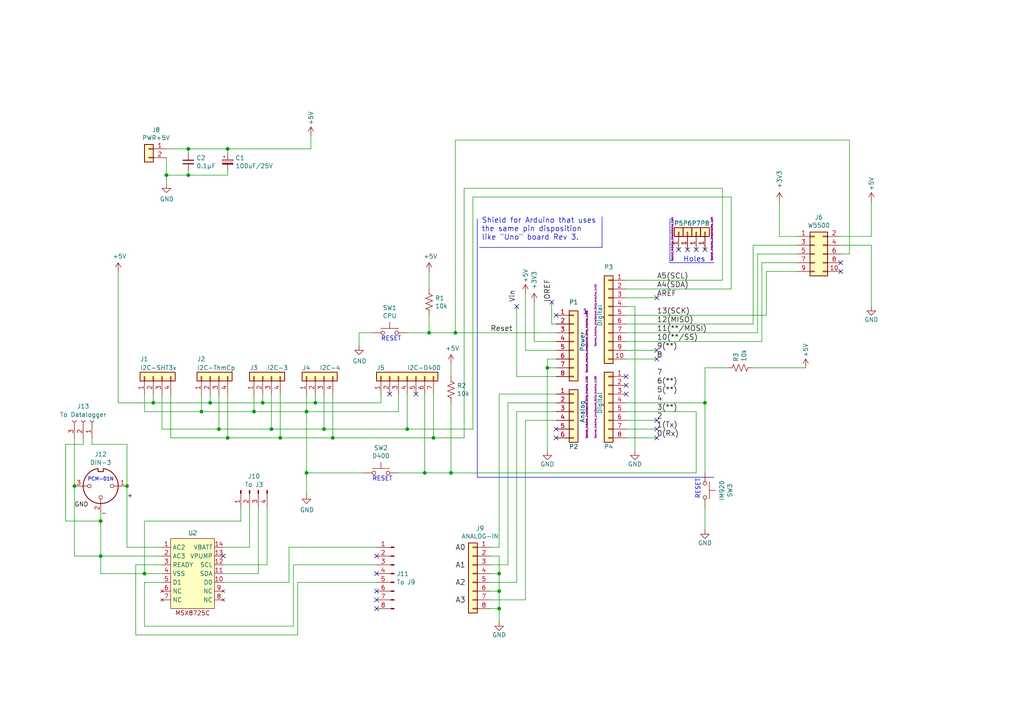
<source format=kicad_sch>
(kicad_sch (version 20230121) (generator eeschema)
  (paper "A4")
  (title_block (title "M302 Solar Radiation") (date "2023-07-23") (rev "1.00") (company "HOLLY&Co.,Ltd. with YS Lab.") (comment 1 "LEVEL CONVERTER NO INSTALLED"))
  (lib_symbols
    (symbol "Connector:Conn_01x03_Socket" (pin_names (offset 1.016) hide)
      (property "Reference" "J" (at 0 5.08 0))
      (property "Value" "Conn_01x03_Socket" (at 0 -5.08 0))
      (symbol "Conn_01x03_Socket_1_1"
        (arc (start 0 -2.032) (mid -0.5058 -2.54) (end 0 -3.048) (stroke (width 0.1524)))
        (polyline (pts (xy -1.27 -2.54) (xy -0.508 -2.54)) (stroke (width 0.1524)))
        (polyline (pts (xy -1.27 0) (xy -0.508 0)) (stroke (width 0.1524)))
        (polyline (pts (xy -1.27 2.54) (xy -0.508 2.54)) (stroke (width 0.1524)))
        (arc (start 0 0.508) (mid -0.5058 0) (end 0 -0.508) (stroke (width 0.1524)))
        (arc (start 0 3.048) (mid -0.5058 2.54) (end 0 2.032) (stroke (width 0.1524)))
        (pin passive line (at -5.08 2.54 0) (length 3.81) (name "Pin_1") (number "1"))
        (pin passive line (at -5.08 0 0) (length 3.81) (name "Pin_2") (number "2"))
        (pin passive line (at -5.08 -2.54 0) (length 3.81) (name "Pin_3") (number "3"))
      )
    )
    (symbol "Connector:Conn_01x04_Pin" (pin_names (offset 1.016) hide)
      (property "Reference" "J" (at 0 5.08 0))
      (property "Value" "Conn_01x04_Pin" (at 0 -7.62 0))
      (symbol "Conn_01x04_Pin_1_1"
        (polyline (pts (xy 1.27 -5.08) (xy 0.8636 -5.08)) (stroke (width 0.1524)))
        (polyline (pts (xy 1.27 -2.54) (xy 0.8636 -2.54)) (stroke (width 0.1524)))
        (polyline (pts (xy 1.27 0) (xy 0.8636 0)) (stroke (width 0.1524)))
        (polyline (pts (xy 1.27 2.54) (xy 0.8636 2.54)) (stroke (width 0.1524)))
        (rectangle (start 0.8636 -4.953) (end 0 -5.207) (stroke (width 0.1524)) (fill (type outline)))
        (rectangle (start 0.8636 -2.413) (end 0 -2.667) (stroke (width 0.1524)) (fill (type outline)))
        (rectangle (start 0.8636 0.127) (end 0 -0.127) (stroke (width 0.1524)) (fill (type outline)))
        (rectangle (start 0.8636 2.667) (end 0 2.413) (stroke (width 0.1524)) (fill (type outline)))
        (pin passive line (at 5.08 2.54 180) (length 3.81) (name "Pin_1") (number "1"))
        (pin passive line (at 5.08 0 180) (length 3.81) (name "Pin_2") (number "2"))
        (pin passive line (at 5.08 -2.54 180) (length 3.81) (name "Pin_3") (number "3"))
        (pin passive line (at 5.08 -5.08 180) (length 3.81) (name "Pin_4") (number "4"))
      )
    )
    (symbol "Connector:Conn_01x08_Pin" (pin_names (offset 1.016) hide)
      (property "Reference" "J" (at 0 10.16 0))
      (property "Value" "Conn_01x08_Pin" (at 0 -12.7 0))
      (symbol "Conn_01x08_Pin_1_1"
        (polyline (pts (xy 1.27 -10.16) (xy 0.8636 -10.16)) (stroke (width 0.1524)))
        (polyline (pts (xy 1.27 -7.62) (xy 0.8636 -7.62)) (stroke (width 0.1524)))
        (polyline (pts (xy 1.27 -5.08) (xy 0.8636 -5.08)) (stroke (width 0.1524)))
        (polyline (pts (xy 1.27 -2.54) (xy 0.8636 -2.54)) (stroke (width 0.1524)))
        (polyline (pts (xy 1.27 0) (xy 0.8636 0)) (stroke (width 0.1524)))
        (polyline (pts (xy 1.27 2.54) (xy 0.8636 2.54)) (stroke (width 0.1524)))
        (polyline (pts (xy 1.27 5.08) (xy 0.8636 5.08)) (stroke (width 0.1524)))
        (polyline (pts (xy 1.27 7.62) (xy 0.8636 7.62)) (stroke (width 0.1524)))
        (rectangle (start 0.8636 -10.033) (end 0 -10.287) (stroke (width 0.1524)) (fill (type outline)))
        (rectangle (start 0.8636 -7.493) (end 0 -7.747) (stroke (width 0.1524)) (fill (type outline)))
        (rectangle (start 0.8636 -4.953) (end 0 -5.207) (stroke (width 0.1524)) (fill (type outline)))
        (rectangle (start 0.8636 -2.413) (end 0 -2.667) (stroke (width 0.1524)) (fill (type outline)))
        (rectangle (start 0.8636 0.127) (end 0 -0.127) (stroke (width 0.1524)) (fill (type outline)))
        (rectangle (start 0.8636 2.667) (end 0 2.413) (stroke (width 0.1524)) (fill (type outline)))
        (rectangle (start 0.8636 5.207) (end 0 4.953) (stroke (width 0.1524)) (fill (type outline)))
        (rectangle (start 0.8636 7.747) (end 0 7.493) (stroke (width 0.1524)) (fill (type outline)))
        (pin passive line (at 5.08 7.62 180) (length 3.81) (name "Pin_1") (number "1"))
        (pin passive line (at 5.08 5.08 180) (length 3.81) (name "Pin_2") (number "2"))
        (pin passive line (at 5.08 2.54 180) (length 3.81) (name "Pin_3") (number "3"))
        (pin passive line (at 5.08 0 180) (length 3.81) (name "Pin_4") (number "4"))
        (pin passive line (at 5.08 -2.54 180) (length 3.81) (name "Pin_5") (number "5"))
        (pin passive line (at 5.08 -5.08 180) (length 3.81) (name "Pin_6") (number "6"))
        (pin passive line (at 5.08 -7.62 180) (length 3.81) (name "Pin_7") (number "7"))
        (pin passive line (at 5.08 -10.16 180) (length 3.81) (name "Pin_8") (number "8"))
      )
    )
    (symbol "Connector:DIN-3" (pin_names (offset 1.016))
      (property "Reference" "J" (at 3.302 6.35 0))
      (property "Value" "DIN-3" (at 0 -6.35 0))
      (symbol "DIN-3_0_1"
        (arc (start -5.08 0) (mid -3.8609 -3.3364) (end -0.762 -5.08) (stroke (width 0.254)))
        (circle (center -3.302 0) (radius 0.508))
        (polyline (pts (xy -3.81 0) (xy -5.08 0)))
        (polyline (pts (xy 0 3.81) (xy 0 5.08)))
        (polyline (pts (xy 5.08 0) (xy 3.81 0)))
        (polyline (pts (xy -0.762 -4.953) (xy -0.762 -4.191) (xy 0.762 -4.191) (xy 0.762 -4.953)) (stroke (width 0.254)))
        (circle (center 0 3.302) (radius 0.508))
        (arc (start 0.762 -5.08) (mid 3.8685 -3.343) (end 5.08 0) (stroke (width 0.254)))
        (circle (center 3.302 0) (radius 0.508))
        (arc (start 5.08 0) (mid 0 5.0579) (end -5.08 0) (stroke (width 0.254)))
      )
      (symbol "DIN-3_1_1"
        (pin passive line (at -7.62 0 0) (length 2.54) (name "~") (number "1"))
        (pin passive line (at 0 7.62 270) (length 2.54) (name "~") (number "2"))
        (pin passive line (at 7.62 0 180) (length 2.54) (name "~") (number "3"))
      )
    )
    (symbol "Connector_Generic:Conn_01x01" (pin_names (offset 1.016) hide)
      (property "Reference" "J" (at 0 2.54 0))
      (property "Value" "Conn_01x01" (at 0 -2.54 0))
      (symbol "Conn_01x01_1_1"
        (rectangle (start -1.27 0.127) (end 0 -0.127) (stroke (width 0.1524)))
        (rectangle (start -1.27 1.27) (end 1.27 -1.27) (stroke (width 0.254)) (fill (type background)))
        (pin passive line (at -5.08 0 0) (length 3.81) (name "Pin_1") (number "1"))
      )
    )
    (symbol "Connector_Generic:Conn_01x02" (pin_names (offset 1.016) hide)
      (property "Reference" "J" (at 0 2.54 0))
      (property "Value" "Conn_01x02" (at 0 -5.08 0))
      (symbol "Conn_01x02_1_1"
        (rectangle (start -1.27 -2.413) (end 0 -2.667) (stroke (width 0.1524)))
        (rectangle (start -1.27 0.127) (end 0 -0.127) (stroke (width 0.1524)))
        (rectangle (start -1.27 1.27) (end 1.27 -3.81) (stroke (width 0.254)) (fill (type background)))
        (pin passive line (at -5.08 0 0) (length 3.81) (name "Pin_1") (number "1"))
        (pin passive line (at -5.08 -2.54 0) (length 3.81) (name "Pin_2") (number "2"))
      )
    )
    (symbol "Connector_Generic:Conn_01x04" (pin_names (offset 1.016) hide)
      (property "Reference" "J" (at 0 5.08 0))
      (property "Value" "Conn_01x04" (at 0 -7.62 0))
      (symbol "Conn_01x04_1_1"
        (rectangle (start -1.27 -4.953) (end 0 -5.207) (stroke (width 0.1524)))
        (rectangle (start -1.27 -2.413) (end 0 -2.667) (stroke (width 0.1524)))
        (rectangle (start -1.27 0.127) (end 0 -0.127) (stroke (width 0.1524)))
        (rectangle (start -1.27 2.667) (end 0 2.413) (stroke (width 0.1524)))
        (rectangle (start -1.27 3.81) (end 1.27 -6.35) (stroke (width 0.254)) (fill (type background)))
        (pin passive line (at -5.08 2.54 0) (length 3.81) (name "Pin_1") (number "1"))
        (pin passive line (at -5.08 0 0) (length 3.81) (name "Pin_2") (number "2"))
        (pin passive line (at -5.08 -2.54 0) (length 3.81) (name "Pin_3") (number "3"))
        (pin passive line (at -5.08 -5.08 0) (length 3.81) (name "Pin_4") (number "4"))
      )
    )
    (symbol "Connector_Generic:Conn_01x06" (pin_names (offset 1.016) hide)
      (property "Reference" "J" (at 0 7.62 0))
      (property "Value" "Conn_01x06" (at 0 -10.16 0))
      (symbol "Conn_01x06_1_1"
        (rectangle (start -1.27 -7.493) (end 0 -7.747) (stroke (width 0.1524)))
        (rectangle (start -1.27 -4.953) (end 0 -5.207) (stroke (width 0.1524)))
        (rectangle (start -1.27 -2.413) (end 0 -2.667) (stroke (width 0.1524)))
        (rectangle (start -1.27 0.127) (end 0 -0.127) (stroke (width 0.1524)))
        (rectangle (start -1.27 2.667) (end 0 2.413) (stroke (width 0.1524)))
        (rectangle (start -1.27 5.207) (end 0 4.953) (stroke (width 0.1524)))
        (rectangle (start -1.27 6.35) (end 1.27 -8.89) (stroke (width 0.254)) (fill (type background)))
        (pin passive line (at -5.08 5.08 0) (length 3.81) (name "Pin_1") (number "1"))
        (pin passive line (at -5.08 2.54 0) (length 3.81) (name "Pin_2") (number "2"))
        (pin passive line (at -5.08 0 0) (length 3.81) (name "Pin_3") (number "3"))
        (pin passive line (at -5.08 -2.54 0) (length 3.81) (name "Pin_4") (number "4"))
        (pin passive line (at -5.08 -5.08 0) (length 3.81) (name "Pin_5") (number "5"))
        (pin passive line (at -5.08 -7.62 0) (length 3.81) (name "Pin_6") (number "6"))
      )
    )
    (symbol "Connector_Generic:Conn_01x07" (pin_names (offset 1.016) hide)
      (property "Reference" "J" (at 0 10.16 0))
      (property "Value" "Conn_01x07" (at 0 -10.16 0))
      (symbol "Conn_01x07_1_1"
        (rectangle (start -1.27 -7.493) (end 0 -7.747) (stroke (width 0.1524)))
        (rectangle (start -1.27 -4.953) (end 0 -5.207) (stroke (width 0.1524)))
        (rectangle (start -1.27 -2.413) (end 0 -2.667) (stroke (width 0.1524)))
        (rectangle (start -1.27 0.127) (end 0 -0.127) (stroke (width 0.1524)))
        (rectangle (start -1.27 2.667) (end 0 2.413) (stroke (width 0.1524)))
        (rectangle (start -1.27 5.207) (end 0 4.953) (stroke (width 0.1524)))
        (rectangle (start -1.27 7.747) (end 0 7.493) (stroke (width 0.1524)))
        (rectangle (start -1.27 8.89) (end 1.27 -8.89) (stroke (width 0.254)) (fill (type background)))
        (pin passive line (at -5.08 7.62 0) (length 3.81) (name "Pin_1") (number "1"))
        (pin passive line (at -5.08 5.08 0) (length 3.81) (name "Pin_2") (number "2"))
        (pin passive line (at -5.08 2.54 0) (length 3.81) (name "Pin_3") (number "3"))
        (pin passive line (at -5.08 0 0) (length 3.81) (name "Pin_4") (number "4"))
        (pin passive line (at -5.08 -2.54 0) (length 3.81) (name "Pin_5") (number "5"))
        (pin passive line (at -5.08 -5.08 0) (length 3.81) (name "Pin_6") (number "6"))
        (pin passive line (at -5.08 -7.62 0) (length 3.81) (name "Pin_7") (number "7"))
      )
    )
    (symbol "Connector_Generic:Conn_01x08" (pin_names (offset 1.016) hide)
      (property "Reference" "J" (at 0 10.16 0))
      (property "Value" "Conn_01x08" (at 0 -12.7 0))
      (symbol "Conn_01x08_1_1"
        (rectangle (start -1.27 -10.033) (end 0 -10.287) (stroke (width 0.1524)))
        (rectangle (start -1.27 -7.493) (end 0 -7.747) (stroke (width 0.1524)))
        (rectangle (start -1.27 -4.953) (end 0 -5.207) (stroke (width 0.1524)))
        (rectangle (start -1.27 -2.413) (end 0 -2.667) (stroke (width 0.1524)))
        (rectangle (start -1.27 0.127) (end 0 -0.127) (stroke (width 0.1524)))
        (rectangle (start -1.27 2.667) (end 0 2.413) (stroke (width 0.1524)))
        (rectangle (start -1.27 5.207) (end 0 4.953) (stroke (width 0.1524)))
        (rectangle (start -1.27 7.747) (end 0 7.493) (stroke (width 0.1524)))
        (rectangle (start -1.27 8.89) (end 1.27 -11.43) (stroke (width 0.254)) (fill (type background)))
        (pin passive line (at -5.08 7.62 0) (length 3.81) (name "Pin_1") (number "1"))
        (pin passive line (at -5.08 5.08 0) (length 3.81) (name "Pin_2") (number "2"))
        (pin passive line (at -5.08 2.54 0) (length 3.81) (name "Pin_3") (number "3"))
        (pin passive line (at -5.08 0 0) (length 3.81) (name "Pin_4") (number "4"))
        (pin passive line (at -5.08 -2.54 0) (length 3.81) (name "Pin_5") (number "5"))
        (pin passive line (at -5.08 -5.08 0) (length 3.81) (name "Pin_6") (number "6"))
        (pin passive line (at -5.08 -7.62 0) (length 3.81) (name "Pin_7") (number "7"))
        (pin passive line (at -5.08 -10.16 0) (length 3.81) (name "Pin_8") (number "8"))
      )
    )
    (symbol "Connector_Generic:Conn_01x10" (pin_names (offset 1.016) hide)
      (property "Reference" "J" (at 0 12.7 0))
      (property "Value" "Conn_01x10" (at 0 -15.24 0))
      (symbol "Conn_01x10_1_1"
        (rectangle (start -1.27 -12.573) (end 0 -12.827) (stroke (width 0.1524)))
        (rectangle (start -1.27 -10.033) (end 0 -10.287) (stroke (width 0.1524)))
        (rectangle (start -1.27 -7.493) (end 0 -7.747) (stroke (width 0.1524)))
        (rectangle (start -1.27 -4.953) (end 0 -5.207) (stroke (width 0.1524)))
        (rectangle (start -1.27 -2.413) (end 0 -2.667) (stroke (width 0.1524)))
        (rectangle (start -1.27 0.127) (end 0 -0.127) (stroke (width 0.1524)))
        (rectangle (start -1.27 2.667) (end 0 2.413) (stroke (width 0.1524)))
        (rectangle (start -1.27 5.207) (end 0 4.953) (stroke (width 0.1524)))
        (rectangle (start -1.27 7.747) (end 0 7.493) (stroke (width 0.1524)))
        (rectangle (start -1.27 10.287) (end 0 10.033) (stroke (width 0.1524)))
        (rectangle (start -1.27 11.43) (end 1.27 -13.97) (stroke (width 0.254)) (fill (type background)))
        (pin passive line (at -5.08 10.16 0) (length 3.81) (name "Pin_1") (number "1"))
        (pin passive line (at -5.08 -12.7 0) (length 3.81) (name "Pin_10") (number "10"))
        (pin passive line (at -5.08 7.62 0) (length 3.81) (name "Pin_2") (number "2"))
        (pin passive line (at -5.08 5.08 0) (length 3.81) (name "Pin_3") (number "3"))
        (pin passive line (at -5.08 2.54 0) (length 3.81) (name "Pin_4") (number "4"))
        (pin passive line (at -5.08 0 0) (length 3.81) (name "Pin_5") (number "5"))
        (pin passive line (at -5.08 -2.54 0) (length 3.81) (name "Pin_6") (number "6"))
        (pin passive line (at -5.08 -5.08 0) (length 3.81) (name "Pin_7") (number "7"))
        (pin passive line (at -5.08 -7.62 0) (length 3.81) (name "Pin_8") (number "8"))
        (pin passive line (at -5.08 -10.16 0) (length 3.81) (name "Pin_9") (number "9"))
      )
    )
    (symbol "Connector_Generic:Conn_02x05_Odd_Even" (pin_names (offset 1.016) hide)
      (property "Reference" "J" (at 1.27 7.62 0))
      (property "Value" "Conn_02x05_Odd_Even" (at 1.27 -7.62 0))
      (symbol "Conn_02x05_Odd_Even_1_1"
        (rectangle (start -1.27 -4.953) (end 0 -5.207) (stroke (width 0.1524)))
        (rectangle (start -1.27 -2.413) (end 0 -2.667) (stroke (width 0.1524)))
        (rectangle (start -1.27 0.127) (end 0 -0.127) (stroke (width 0.1524)))
        (rectangle (start -1.27 2.667) (end 0 2.413) (stroke (width 0.1524)))
        (rectangle (start -1.27 5.207) (end 0 4.953) (stroke (width 0.1524)))
        (rectangle (start -1.27 6.35) (end 3.81 -6.35) (stroke (width 0.254)) (fill (type background)))
        (rectangle (start 3.81 -4.953) (end 2.54 -5.207) (stroke (width 0.1524)))
        (rectangle (start 3.81 -2.413) (end 2.54 -2.667) (stroke (width 0.1524)))
        (rectangle (start 3.81 0.127) (end 2.54 -0.127) (stroke (width 0.1524)))
        (rectangle (start 3.81 2.667) (end 2.54 2.413) (stroke (width 0.1524)))
        (rectangle (start 3.81 5.207) (end 2.54 4.953) (stroke (width 0.1524)))
        (pin passive line (at -5.08 5.08 0) (length 3.81) (name "Pin_1") (number "1"))
        (pin passive line (at 7.62 -5.08 180) (length 3.81) (name "Pin_10") (number "10"))
        (pin passive line (at 7.62 5.08 180) (length 3.81) (name "Pin_2") (number "2"))
        (pin passive line (at -5.08 2.54 0) (length 3.81) (name "Pin_3") (number "3"))
        (pin passive line (at 7.62 2.54 180) (length 3.81) (name "Pin_4") (number "4"))
        (pin passive line (at -5.08 0 0) (length 3.81) (name "Pin_5") (number "5"))
        (pin passive line (at 7.62 0 180) (length 3.81) (name "Pin_6") (number "6"))
        (pin passive line (at -5.08 -2.54 0) (length 3.81) (name "Pin_7") (number "7"))
        (pin passive line (at 7.62 -2.54 180) (length 3.81) (name "Pin_8") (number "8"))
        (pin passive line (at -5.08 -5.08 0) (length 3.81) (name "Pin_9") (number "9"))
      )
    )
    (symbol "Device:C_Small" (pin_numbers hide) (pin_names (offset 0.254) hide)
      (property "Reference" "C" (at 0.254 1.778 0))
      (property "Value" "C_Small" (at 0.254 -2.032 0))
      (symbol "C_Small_0_1"
        (polyline (pts (xy -1.524 -0.508) (xy 1.524 -0.508)) (stroke (width 0.3302)))
        (polyline (pts (xy -1.524 0.508) (xy 1.524 0.508)) (stroke (width 0.3048)))
      )
      (symbol "C_Small_1_1"
        (pin passive line (at 0 2.54 270) (length 2.032) (name "~") (number "1"))
        (pin passive line (at 0 -2.54 90) (length 2.032) (name "~") (number "2"))
      )
    )
    (symbol "Device:R_US" (pin_numbers hide) (pin_names (offset 0))
      (property "Reference" "R" (at 2.54 0 90))
      (property "Value" "R_US" (at -2.54 0 90))
      (symbol "R_US_0_1"
        (polyline (pts (xy 0 -2.286) (xy 0 -2.54)))
        (polyline (pts (xy 0 2.286) (xy 0 2.54)))
        (polyline (pts (xy 0 -0.762) (xy 1.016 -1.143) (xy 0 -1.524) (xy -1.016 -1.905) (xy 0 -2.286)))
        (polyline (pts (xy 0 0.762) (xy 1.016 0.381) (xy 0 0) (xy -1.016 -0.381) (xy 0 -0.762)))
        (polyline (pts (xy 0 2.286) (xy 1.016 1.905) (xy 0 1.524) (xy -1.016 1.143) (xy 0 0.762)))
      )
      (symbol "R_US_1_1"
        (pin passive line (at 0 3.81 270) (length 1.27) (name "~") (number "1"))
        (pin passive line (at 0 -3.81 90) (length 1.27) (name "~") (number "2"))
      )
    )
    (symbol "M302-rescue:+3.3V-power" (power) (pin_names (offset 0))
      (property "Value" "+3.3V-power" (at 0 3.556 0))
      (symbol "+3.3V-power_0_1"
        (polyline (pts (xy -0.762 1.27) (xy 0 2.54)))
        (polyline (pts (xy 0 0) (xy 0 2.54)))
        (polyline (pts (xy 0 2.54) (xy 0.762 1.27)))
      )
      (symbol "+3.3V-power_1_1"
        (pin power_in line (at 0 0 90) (length 0) hide (name "+3V3") (number "1"))
      )
    )
    (symbol "M302-rescue:CP_Small-Device" (pin_numbers hide) (pin_names (offset 0.254) hide)
      (property "Reference" "C" (at 0.254 1.778 0))
      (property "Value" "Device_CP_Small" (at 0.254 -2.032 0))
      (symbol "CP_Small-Device_0_1"
        (rectangle (start -1.524 -0.3048) (end 1.524 -0.6858) (fill (type outline)))
        (rectangle (start -1.524 0.6858) (end 1.524 0.3048))
        (polyline (pts (xy -1.27 1.524) (xy -0.762 1.524)))
        (polyline (pts (xy -1.016 1.27) (xy -1.016 1.778)))
      )
      (symbol "CP_Small-Device_1_1"
        (pin passive line (at 0 2.54 270) (length 1.8542) (name "~") (number "1"))
        (pin passive line (at 0 -2.54 90) (length 1.8542) (name "~") (number "2"))
      )
    )
    (symbol "Switch:SW_Push" (pin_numbers hide) (pin_names (offset 1.016) hide)
      (property "Reference" "SW" (at 1.27 2.54 0))
      (property "Value" "SW_Push" (at 0 -1.524 0))
      (symbol "SW_Push_0_1"
        (circle (center -2.032 0) (radius 0.508))
        (polyline (pts (xy 0 1.27) (xy 0 3.048)))
        (polyline (pts (xy 2.54 1.27) (xy -2.54 1.27)))
        (circle (center 2.032 0) (radius 0.508))
        (pin passive line (at -5.08 0 0) (length 2.54) (name "1") (number "1"))
        (pin passive line (at 5.08 0 180) (length 2.54) (name "2") (number "2"))
      )
    )
    (symbol "holly:MSX8725C"
      (property "Reference" "U" (at 0 0 0))
      (symbol "MSX8725C_1_1"
        (rectangle (start -6.35 -1.27) (end 6.35 -21.59) (fill (type background)))
        (text "MSX8725C" (at 0 -22.86 0) (effects (font (size 1.27 1.27))))
        (pin input line (at -8.89 -3.81 0) (length 2.54) (name "AC2") (number "1"))
        (pin bidirectional line (at 8.89 -13.97 180) (length 2.54) (name "D0") (number "10"))
        (pin bidirectional line (at 8.89 -11.43 180) (length 2.54) (name "SDA") (number "11"))
        (pin input line (at 8.89 -8.89 180) (length 2.54) (name "SCL") (number "12"))
        (pin power_out line (at 8.89 -6.35 180) (length 2.54) (name "VPUMP") (number "13"))
        (pin power_in line (at 8.89 -3.81 180) (length 2.54) (name "VBATT") (number "14"))
        (pin input line (at -8.89 -6.35 0) (length 2.54) (name "AC3") (number "2"))
        (pin input line (at -8.89 -8.89 0) (length 2.54) (name "READY") (number "3"))
        (pin input line (at -8.89 -11.43 0) (length 2.54) (name "VSS") (number "4"))
        (pin bidirectional line (at -8.89 -13.97 0) (length 2.54) (name "D1") (number "5"))
        (pin no_connect line (at -8.89 -16.51 0) (length 2.54) (name "NC") (number "6"))
        (pin no_connect line (at -8.89 -19.05 0) (length 2.54) (name "NC") (number "7"))
        (pin no_connect line (at 8.89 -19.05 180) (length 2.54) (name "NC") (number "8"))
        (pin no_connect line (at 8.89 -16.51 180) (length 2.54) (name "NC") (number "9"))
      )
    )
    (symbol "power:+5V" (power) (pin_names (offset 0))
      (property "Value" "+5V" (at 0 3.556 0))
      (symbol "+5V_0_1"
        (polyline (pts (xy -0.762 1.27) (xy 0 2.54)))
        (polyline (pts (xy 0 0) (xy 0 2.54)))
        (polyline (pts (xy 0 2.54) (xy 0.762 1.27)))
      )
      (symbol "+5V_1_1"
        (pin power_in line (at 0 0 90) (length 0) hide (name "+5V") (number "1"))
      )
    )
    (symbol "power:GND" (power) (pin_names (offset 0))
      (property "Value" "GND" (at 0 -3.81 0))
      (symbol "GND_0_1"
        (polyline (pts (xy 0 0) (xy 0 -1.27) (xy 1.27 -1.27) (xy 0 -2.54) (xy -1.27 -1.27) (xy 0 -1.27)))
      )
      (symbol "GND_1_1"
        (pin power_in line (at 0 0 270) (length 0) hide (name "GND") (number "1"))
      )
    )
  )
  (junction (at 144.78 176.53))
  (junction (at 44.45 116.84))
  (junction (at 118.11 124.46))
  (junction (at 76.2 116.84))
  (junction (at 124.46 96.52))
  (junction (at 88.9 119.38))
  (junction (at 91.44 116.84))
  (junction (at 36.83 140.97))
  (junction (at 29.21 151.13))
  (junction (at 29.21 161.29))
  (junction (at 96.52 127))
  (junction (at 130.81 137.16))
  (junction (at 73.66 119.38))
  (junction (at 54.61 50.8))
  (junction (at 66.04 127))
  (junction (at 58.42 119.38))
  (junction (at 88.9 137.16))
  (junction (at 144.78 171.45))
  (junction (at 144.78 166.37))
  (junction (at 21.59 140.97))
  (junction (at 132.08 96.52))
  (junction (at 158.75 106.68))
  (junction (at 93.98 124.46))
  (junction (at 48.26 50.8))
  (junction (at 66.04 43.18))
  (junction (at 204.47 116.84))
  (junction (at 78.74 124.46))
  (junction (at 54.61 43.18))
  (junction (at 60.96 116.84))
  (junction (at 125.73 127))
  (junction (at 81.28 127))
  (junction (at 41.91 166.37))
  (junction (at 123.19 137.16))
  (junction (at 63.5 124.46))
  (no_connect (at 120.65 114.3))
  (no_connect (at 199.39 72.39))
  (no_connect (at 196.85 72.39))
  (no_connect (at 109.22 166.37))
  (no_connect (at 190.5 127))
  (no_connect (at 201.93 72.39))
  (no_connect (at 109.22 161.29))
  (no_connect (at 64.77 161.29))
  (no_connect (at 190.5 101.6))
  (no_connect (at 190.5 104.14))
  (no_connect (at 181.61 109.22))
  (no_connect (at 190.5 121.92))
  (no_connect (at 190.5 86.36))
  (no_connect (at 190.5 124.46))
  (no_connect (at 161.29 124.46))
  (no_connect (at 161.29 127))
  (no_connect (at 160.02 87.63))
  (no_connect (at 109.22 171.45))
  (no_connect (at 109.22 176.53))
  (no_connect (at 243.84 78.74))
  (no_connect (at 181.61 111.76))
  (no_connect (at 149.86 88.9))
  (no_connect (at 204.47 72.39))
  (no_connect (at 113.03 114.3))
  (no_connect (at 161.29 91.44))
  (no_connect (at 243.84 76.2))
  (no_connect (at 181.61 114.3))
  (no_connect (at 109.22 173.99))
  (wire (pts (xy 123.19 114.3) (xy 123.19 137.16)))
  (wire (pts (xy 48.26 43.18) (xy 54.61 43.18)))
  (wire (pts (xy 88.9 137.16) (xy 88.9 119.38)))
  (wire (pts (xy 21.59 140.97) (xy 21.59 161.29)))
  (wire (pts (xy 24.13 128.905) (xy 24.13 127)))
  (wire (pts (xy 63.5 124.46) (xy 78.74 124.46)))
  (wire (pts (xy 132.08 40.64) (xy 132.08 96.52)))
  (polyline (pts (xy 138.43 63.5) (xy 138.43 138.43)))
  (wire (pts (xy 161.29 101.6) (xy 152.4 101.6)))
  (wire (pts (xy 115.57 119.38) (xy 88.9 119.38)))
  (wire (pts (xy 181.61 124.46) (xy 190.5 124.46)))
  (wire (pts (xy 46.99 166.37) (xy 41.91 166.37)))
  (wire (pts (xy 26.67 128.905) (xy 26.67 127)))
  (wire (pts (xy 158.75 104.14) (xy 158.75 106.68)))
  (wire (pts (xy 63.5 114.3) (xy 63.5 124.46)))
  (wire (pts (xy 147.32 163.83) (xy 142.24 163.83)))
  (wire (pts (xy 149.86 88.9) (xy 149.86 109.22)))
  (wire (pts (xy 86.36 184.15) (xy 86.36 168.91)))
  (wire (pts (xy 54.61 50.8) (xy 48.26 50.8)))
  (wire (pts (xy 243.84 73.66) (xy 246.38 73.66)))
  (wire (pts (xy 181.61 104.14) (xy 190.5 104.14)))
  (wire (pts (xy 125.73 127) (xy 134.62 127)))
  (wire (pts (xy 137.16 57.15) (xy 212.09 57.15)))
  (wire (pts (xy 134.62 54.61) (xy 209.55 54.61)))
  (wire (pts (xy 90.17 43.18) (xy 90.17 39.37)))
  (wire (pts (xy 222.25 78.74) (xy 231.14 78.74)))
  (wire (pts (xy 36.83 128.905) (xy 26.67 128.905)))
  (wire (pts (xy 132.08 96.52) (xy 161.29 96.52)))
  (wire (pts (xy 60.96 116.84) (xy 76.2 116.84)))
  (wire (pts (xy 60.96 114.3) (xy 60.96 116.84)))
  (wire (pts (xy 81.28 127) (xy 96.52 127)))
  (wire (pts (xy 41.91 168.91) (xy 41.91 181.61)))
  (wire (pts (xy 154.94 99.06) (xy 154.94 87.63)))
  (wire (pts (xy 29.21 151.13) (xy 29.21 148.59)))
  (wire (pts (xy 130.81 109.22) (xy 130.81 105.41)))
  (wire (pts (xy 29.21 151.13) (xy 19.05 151.13)))
  (wire (pts (xy 246.38 40.64) (xy 132.08 40.64)))
  (wire (pts (xy 184.15 88.9) (xy 184.15 130.81)))
  (wire (pts (xy 222.25 91.44) (xy 222.25 78.74)))
  (wire (pts (xy 204.47 153.67) (xy 204.47 147.32)))
  (wire (pts (xy 46.99 124.46) (xy 46.99 114.3)))
  (wire (pts (xy 142.24 166.37) (xy 144.78 166.37)))
  (wire (pts (xy 142.24 161.29) (xy 144.78 161.29)))
  (wire (pts (xy 93.98 114.3) (xy 93.98 124.46)))
  (wire (pts (xy 88.9 119.38) (xy 88.9 114.3)))
  (wire (pts (xy 226.06 68.58) (xy 226.06 58.42)))
  (wire (pts (xy 88.9 143.51) (xy 88.9 137.16)))
  (wire (pts (xy 44.45 116.84) (xy 60.96 116.84)))
  (wire (pts (xy 218.44 106.68) (xy 233.68 106.68)))
  (wire (pts (xy 181.61 86.36) (xy 190.5 86.36)))
  (wire (pts (xy 29.21 166.37) (xy 41.91 166.37)))
  (wire (pts (xy 252.73 68.58) (xy 252.73 58.42)))
  (wire (pts (xy 66.04 127) (xy 81.28 127)))
  (wire (pts (xy 19.05 128.905) (xy 24.13 128.905)))
  (wire (pts (xy 46.99 161.29) (xy 29.21 161.29)))
  (wire (pts (xy 64.77 168.91) (xy 83.82 168.91)))
  (wire (pts (xy 144.78 166.37) (xy 144.78 171.45)))
  (wire (pts (xy 36.83 140.97) (xy 36.83 128.905)))
  (polyline (pts (xy 207.01 76.2) (xy 194.31 76.2)))
  (wire (pts (xy 72.39 158.75) (xy 72.39 147.32)))
  (wire (pts (xy 144.78 176.53) (xy 144.78 180.34)))
  (wire (pts (xy 152.4 121.92) (xy 152.4 173.99)))
  (wire (pts (xy 243.84 68.58) (xy 252.73 68.58)))
  (wire (pts (xy 152.4 173.99) (xy 142.24 173.99)))
  (wire (pts (xy 36.83 158.75) (xy 36.83 140.97)))
  (wire (pts (xy 81.28 114.3) (xy 81.28 127)))
  (wire (pts (xy 49.53 127) (xy 49.53 114.3)))
  (wire (pts (xy 76.2 116.84) (xy 91.44 116.84)))
  (wire (pts (xy 181.61 121.92) (xy 190.5 121.92)))
  (wire (pts (xy 161.29 104.14) (xy 158.75 104.14)))
  (wire (pts (xy 124.46 91.44) (xy 124.46 96.52)))
  (wire (pts (xy 39.37 184.15) (xy 86.36 184.15)))
  (wire (pts (xy 21.59 127) (xy 21.59 140.97)))
  (wire (pts (xy 231.14 68.58) (xy 226.06 68.58)))
  (wire (pts (xy 66.04 50.8) (xy 54.61 50.8)))
  (wire (pts (xy 137.16 124.46) (xy 137.16 57.15)))
  (wire (pts (xy 96.52 127) (xy 125.73 127)))
  (wire (pts (xy 219.71 96.52) (xy 219.71 73.66)))
  (wire (pts (xy 181.61 88.9) (xy 184.15 88.9)))
  (wire (pts (xy 204.47 116.84) (xy 204.47 137.16)))
  (wire (pts (xy 134.62 127) (xy 134.62 54.61)))
  (wire (pts (xy 181.61 127) (xy 190.5 127)))
  (wire (pts (xy 110.49 116.84) (xy 91.44 116.84)))
  (wire (pts (xy 181.61 83.82) (xy 212.09 83.82)))
  (wire (pts (xy 219.71 73.66) (xy 231.14 73.66)))
  (wire (pts (xy 181.61 93.98) (xy 218.44 93.98)))
  (wire (pts (xy 181.61 91.44) (xy 222.25 91.44)))
  (wire (pts (xy 209.55 54.61) (xy 209.55 81.28)))
  (wire (pts (xy 161.29 119.38) (xy 149.86 119.38)))
  (wire (pts (xy 144.78 114.3) (xy 144.78 158.75)))
  (wire (pts (xy 125.73 114.3) (xy 125.73 127)))
  (wire (pts (xy 124.46 83.82) (xy 124.46 78.74)))
  (wire (pts (xy 115.57 114.3) (xy 115.57 119.38)))
  (wire (pts (xy 86.36 168.91) (xy 109.22 168.91)))
  (wire (pts (xy 181.61 99.06) (xy 220.98 99.06)))
  (wire (pts (xy 218.44 71.12) (xy 231.14 71.12)))
  (wire (pts (xy 64.77 166.37) (xy 74.93 166.37)))
  (wire (pts (xy 21.59 161.29) (xy 29.21 161.29)))
  (wire (pts (xy 83.82 168.91) (xy 83.82 158.75)))
  (wire (pts (xy 107.95 96.52) (xy 104.14 96.52)))
  (wire (pts (xy 149.86 168.91) (xy 142.24 168.91)))
  (wire (pts (xy 41.91 114.3) (xy 41.91 119.38)))
  (wire (pts (xy 78.74 114.3) (xy 78.74 124.46)))
  (wire (pts (xy 152.4 101.6) (xy 152.4 85.09)))
  (wire (pts (xy 105.41 137.16) (xy 88.9 137.16)))
  (wire (pts (xy 181.61 81.28) (xy 209.55 81.28)))
  (wire (pts (xy 76.2 114.3) (xy 76.2 116.84)))
  (wire (pts (xy 210.82 106.68) (xy 204.47 106.68)))
  (wire (pts (xy 144.78 161.29) (xy 144.78 166.37)))
  (wire (pts (xy 34.29 78.74) (xy 34.29 116.84)))
  (wire (pts (xy 118.11 96.52) (xy 124.46 96.52)))
  (wire (pts (xy 212.09 57.15) (xy 212.09 83.82)))
  (polyline (pts (xy 139.065 71.755) (xy 174.625 71.755)))
  (wire (pts (xy 66.04 49.53) (xy 66.04 50.8)))
  (wire (pts (xy 204.47 106.68) (xy 204.47 116.84)))
  (wire (pts (xy 181.61 116.84) (xy 204.47 116.84)))
  (wire (pts (xy 48.26 45.72) (xy 48.26 50.8)))
  (wire (pts (xy 41.91 166.37) (xy 41.91 151.13)))
  (wire (pts (xy 110.49 114.3) (xy 110.49 116.84)))
  (polyline (pts (xy 174.625 71.755) (xy 174.625 62.865)))
  (wire (pts (xy 58.42 119.38) (xy 73.66 119.38)))
  (wire (pts (xy 64.77 163.83) (xy 77.47 163.83)))
  (wire (pts (xy 144.78 171.45) (xy 144.78 176.53)))
  (wire (pts (xy 41.91 151.13) (xy 69.85 151.13)))
  (wire (pts (xy 77.47 163.83) (xy 77.47 147.32)))
  (wire (pts (xy 49.53 127) (xy 66.04 127)))
  (wire (pts (xy 218.44 93.98) (xy 218.44 71.12)))
  (wire (pts (xy 41.91 181.61) (xy 85.09 181.61)))
  (wire (pts (xy 201.93 137.16) (xy 130.81 137.16)))
  (wire (pts (xy 181.61 96.52) (xy 219.71 96.52)))
  (wire (pts (xy 93.98 124.46) (xy 118.11 124.46)))
  (wire (pts (xy 46.99 163.83) (xy 39.37 163.83)))
  (wire (pts (xy 161.29 99.06) (xy 154.94 99.06)))
  (wire (pts (xy 181.61 101.6) (xy 190.5 101.6)))
  (wire (pts (xy 58.42 114.3) (xy 58.42 119.38)))
  (wire (pts (xy 142.24 171.45) (xy 144.78 171.45)))
  (wire (pts (xy 83.82 158.75) (xy 109.22 158.75)))
  (wire (pts (xy 161.29 116.84) (xy 147.32 116.84)))
  (polyline (pts (xy 138.43 138.43) (xy 207.01 138.43)))
  (wire (pts (xy 54.61 44.45) (xy 54.61 43.18)))
  (wire (pts (xy 252.73 71.12) (xy 252.73 88.9)))
  (wire (pts (xy 147.32 116.84) (xy 147.32 163.83)))
  (wire (pts (xy 34.29 116.84) (xy 44.45 116.84)))
  (wire (pts (xy 104.14 96.52) (xy 104.14 100.33)))
  (wire (pts (xy 46.99 168.91) (xy 41.91 168.91)))
  (wire (pts (xy 161.29 109.22) (xy 149.86 109.22)))
  (wire (pts (xy 220.98 76.2) (xy 220.98 99.06)))
  (wire (pts (xy 54.61 43.18) (xy 66.04 43.18)))
  (wire (pts (xy 73.66 114.3) (xy 73.66 119.38)))
  (wire (pts (xy 142.24 176.53) (xy 144.78 176.53)))
  (wire (pts (xy 160.02 87.63) (xy 160.02 93.98)))
  (wire (pts (xy 29.21 161.29) (xy 29.21 166.37)))
  (wire (pts (xy 64.77 158.75) (xy 72.39 158.75)))
  (wire (pts (xy 181.61 119.38) (xy 201.93 119.38)))
  (wire (pts (xy 149.86 119.38) (xy 149.86 168.91)))
  (wire (pts (xy 46.99 124.46) (xy 63.5 124.46)))
  (wire (pts (xy 29.21 161.29) (xy 29.21 151.13)))
  (wire (pts (xy 69.85 151.13) (xy 69.85 147.32)))
  (wire (pts (xy 19.05 151.13) (xy 19.05 128.905)))
  (wire (pts (xy 161.29 114.3) (xy 144.78 114.3)))
  (wire (pts (xy 74.93 166.37) (xy 74.93 147.32)))
  (wire (pts (xy 44.45 114.3) (xy 44.45 116.84)))
  (wire (pts (xy 78.74 124.46) (xy 93.98 124.46)))
  (wire (pts (xy 39.37 163.83) (xy 39.37 184.15)))
  (wire (pts (xy 85.09 163.83) (xy 109.22 163.83)))
  (wire (pts (xy 161.29 106.68) (xy 158.75 106.68)))
  (wire (pts (xy 48.26 50.8) (xy 48.26 53.34)))
  (wire (pts (xy 66.04 43.18) (xy 90.17 43.18)))
  (wire (pts (xy 66.04 44.45) (xy 66.04 43.18)))
  (wire (pts (xy 91.44 116.84) (xy 91.44 114.3)))
  (wire (pts (xy 161.29 121.92) (xy 152.4 121.92)))
  (wire (pts (xy 54.61 49.53) (xy 54.61 50.8)))
  (wire (pts (xy 201.93 119.38) (xy 201.93 137.16)))
  (wire (pts (xy 130.81 116.84) (xy 130.81 137.16)))
  (wire (pts (xy 118.11 124.46) (xy 137.16 124.46)))
  (wire (pts (xy 118.11 114.3) (xy 118.11 124.46)))
  (wire (pts (xy 124.46 96.52) (xy 132.08 96.52)))
  (wire (pts (xy 96.52 114.3) (xy 96.52 127)))
  (wire (pts (xy 158.75 106.68) (xy 158.75 130.81)))
  (wire (pts (xy 123.19 137.16) (xy 130.81 137.16)))
  (wire (pts (xy 246.38 73.66) (xy 246.38 40.64)))
  (wire (pts (xy 41.91 119.38) (xy 58.42 119.38)))
  (wire (pts (xy 220.98 76.2) (xy 231.14 76.2)))
  (wire (pts (xy 46.99 158.75) (xy 36.83 158.75)))
  (wire (pts (xy 123.19 137.16) (xy 115.57 137.16)))
  (wire (pts (xy 73.66 119.38) (xy 88.9 119.38)))
  (wire (pts (xy 85.09 181.61) (xy 85.09 163.83)))
  (wire (pts (xy 243.84 71.12) (xy 252.73 71.12)))
  (wire (pts (xy 66.04 114.3) (xy 66.04 127)))
  (polyline (pts (xy 194.31 76.2) (xy 194.31 63.5)))
  (wire (pts (xy 144.78 158.75) (xy 142.24 158.75)))
  (wire (pts (xy 160.02 93.98) (xy 161.29 93.98)))
  (text "RESET" (at 110.49 99.06 0) (effects (font (size 1.27 1.27)) (justify left bottom)))
  (text "1" (at 168.91 91.44 0) (effects (font (size 1.524 1.524)) (justify left bottom)))
  (text "Shield for Arduino that uses\nthe same pin disposition\nlike \"Uno\" board Rev 3." (at 139.7 69.85 0) (effects (font (size 1.524 1.524)) (justify left bottom)))
  (text "RESET" (at 107.95 139.7 0) (effects (font (size 1.27 1.27)) (justify left bottom)))
  (text "Holes" (at 198.12 76.2 0) (effects (font (size 1.524 1.524)) (justify left bottom)))
  (text "PCM-01N" (at 25.4 139.7 0) (effects (font (size 1.016 1.016)) (justify left bottom)))
  (text "RESET" (at 203.2 144.78 90) (effects (font (size 1.27 1.27)) (justify left bottom)))
  (label "5(**)" (at 190.5 114.3 0) (effects (font (size 1.524 1.524))))
  (label "9(**)" (at 190.5 101.6 0) (effects (font (size 1.524 1.524))))
  (label "1(Tx)" (at 190.5 124.46 0) (effects (font (size 1.524 1.524))))
  (label "8" (at 190.5 104.14 0) (effects (font (size 1.524 1.524))))
  (label "A3" (at 132.08 175.26 0) (effects (font (size 1.524 1.524))))
  (label "11(**/MOSI)" (at 190.5 96.52 0) (effects (font (size 1.524 1.524))))
  (label "10(**/SS)" (at 190.5 99.06 0) (effects (font (size 1.524 1.524))))
  (label "A0" (at 132.08 160.02 0) (effects (font (size 1.524 1.524))))
  (label "AREF" (at 190.5 86.36 0) (effects (font (size 1.524 1.524))))
  (label "+" (at 36.83 144.78 0))
  (label "IOREF" (at 160.02 87.63 90) (effects (font (size 1.524 1.524))))
  (label "A2" (at 132.08 170.18 0) (effects (font (size 1.524 1.524))))
  (label "A5(SCL)" (at 190.5 81.28 0) (effects (font (size 1.524 1.524))))
  (label "2" (at 190.5 121.92 0) (effects (font (size 1.524 1.524))))
  (label "-" (at 29.21 149.86 0))
  (label "3(**)" (at 190.5 119.38 0) (effects (font (size 1.524 1.524))))
  (label "GND" (at 21.59 147.32 0))
  (label "0(Rx)" (at 190.5 127 0) (effects (font (size 1.524 1.524))))
  (label "Vin" (at 149.86 87.63 90) (effects (font (size 1.524 1.524))))
  (label "6(**)" (at 190.5 111.76 0) (effects (font (size 1.524 1.524))))
  (label "Reset" (at 142.24 96.52 0) (effects (font (size 1.524 1.524))))
  (label "A1" (at 132.08 165.1 0) (effects (font (size 1.524 1.524))))
  (label "4" (at 190.5 116.84 0) (effects (font (size 1.524 1.524))))
  (label "7" (at 190.5 109.22 0) (effects (font (size 1.524 1.524))))
  (label "A4(SDA)" (at 190.5 83.82 0) (effects (font (size 1.524 1.524))))
  (label "12(MISO)" (at 190.5 93.98 0) (effects (font (size 1.524 1.524))))
  (label "13(SCK)" (at 190.5 91.44 0) (effects (font (size 1.524 1.524))))
  (symbol (lib_id "Connector_Generic:Conn_01x08") (at 166.37 99.06 0) (unit 1)
    (property "Reference" "P1" (at 166.37 87.63 0))
    (property "Value" "Power" (at 168.91 99.06 90))
    (property "Footprint" "Socket_Arduino_Uno:Socket_Strip_Arduino_1x08" (at 170.18 99.06 90) (effects (font (size 0.508 0.508))))
  )
  (symbol (lib_id "M302-rescue:+3.3V-power") (at 154.94 87.63 0) (unit 1)
    (property "Reference" "#PWR01" (effects hide))
    (property "Value" "+3.3V" (at 154.94 81.28 90))
  )
  (symbol (lib_id "power:+5V") (at 152.4 85.09 0) (unit 1)
    (property "Reference" "#PWR02" (effects hide))
    (property "Value" "+5V" (at 152.4 80.01 90))
  )
  (symbol (lib_id "power:GND") (at 158.75 130.81 0) (unit 1)
    (property "Reference" "#PWR03" (effects hide))
    (property "Value" "GND" (at 158.75 134.62 0))
  )
  (symbol (lib_id "power:GND") (at 184.15 130.81 0) (unit 1)
    (property "Reference" "#PWR04" (effects hide))
    (property "Value" "GND" (at 184.15 134.62 0))
  )
  (symbol (lib_id "Connector_Generic:Conn_01x06") (at 166.37 119.38 0) (unit 1)
    (property "Reference" "P2" (at 166.37 129.54 0))
    (property "Value" "Analog" (at 168.91 119.38 90))
    (property "Footprint" "Socket_Arduino_Uno:Socket_Strip_Arduino_1x06" (at 170.18 118.11 90) (effects (font (size 0.508 0.508))))
  )
  (symbol (lib_id "Connector_Generic:Conn_01x01") (at 196.85 67.31 90) (unit 1)
    (property "Reference" "P5" (at 196.85 64.77 90))
    (property "Value" "CONN_01X01" (effects hide))
    (property "Footprint" "Socket_Arduino_Uno:Arduino_1pin" (at 194.9704 69.3166 0) (effects (font (size 0.508 0.508))))
  )
  (symbol (lib_id "Connector_Generic:Conn_01x01") (at 199.39 67.31 90) (unit 1)
    (property "Reference" "P6" (at 199.39 64.77 90))
    (property "Value" "CONN_01X01" (effects hide))
    (property "Footprint" "Socket_Arduino_Uno:Arduino_1pin" (effects hide))
  )
  (symbol (lib_id "Connector_Generic:Conn_01x01") (at 201.93 67.31 90) (unit 1)
    (property "Reference" "P7" (at 201.93 64.77 90))
    (property "Value" "CONN_01X01" (effects hide))
    (property "Footprint" "Socket_Arduino_Uno:Arduino_1pin" (effects hide))
  )
  (symbol (lib_id "Connector_Generic:Conn_01x01") (at 204.47 67.31 90) (unit 1)
    (property "Reference" "P8" (at 204.47 64.77 90))
    (property "Value" "CONN_01X01" (effects hide))
    (property "Footprint" "Socket_Arduino_Uno:Arduino_1pin" (at 206.4512 69.2404 0) (effects (font (size 0.508 0.508))))
  )
  (symbol (lib_id "Connector_Generic:Conn_01x08") (at 176.53 116.84 0) (mirror y) (unit 1)
    (property "Reference" "P4" (at 176.53 129.54 0))
    (property "Value" "Digital" (at 173.99 116.84 90))
    (property "Footprint" "Socket_Arduino_Uno:Socket_Strip_Arduino_1x08" (at 172.72 118.11 90) (effects (font (size 0.508 0.508))))
  )
  (symbol (lib_id "Connector_Generic:Conn_01x10") (at 176.53 91.44 0) (mirror y) (unit 1)
    (property "Reference" "P3" (at 176.53 77.47 0))
    (property "Value" "Digital" (at 173.99 91.44 90))
    (property "Footprint" "Socket_Arduino_Uno:Socket_Strip_Arduino_1x10" (at 172.72 91.44 90) (effects (font (size 0.508 0.508))))
  )
  (symbol (lib_id "power:GND") (at 88.9 143.51 0) (unit 1)
    (property "Reference" "#PWR0101" (effects hide))
    (property "Value" "GND" (at 89.027 147.9042 0))
  )
  (symbol (lib_id "power:+5V") (at 34.29 78.74 0) (unit 1)
    (property "Reference" "#PWR0102" (effects hide))
    (property "Value" "+5V" (at 34.671 74.3458 0))
  )
  (symbol (lib_id "Switch:SW_Push") (at 110.49 137.16 0) (unit 1)
    (property "Reference" "SW2" (at 110.49 129.921 0))
    (property "Value" "D400" (at 110.49 132.2324 0))
    (property "Footprint" "HOLLY:TVDT18-050" (effects hide))
  )
  (symbol (lib_id "power:+5V") (at 233.68 106.68 0) (unit 1)
    (property "Reference" "#PWR0112" (effects hide))
    (property "Value" "+5V" (at 233.68 101.6 90))
  )
  (symbol (lib_id "Switch:SW_Push") (at 113.03 96.52 0) (unit 1)
    (property "Reference" "SW1" (at 113.03 89.281 0))
    (property "Value" "CPU" (at 113.03 91.5924 0))
    (property "Footprint" "HOLLY:TVDT18-050" (effects hide))
  )
  (symbol (lib_id "Device:R_US") (at 124.46 87.63 0) (unit 1)
    (property "Reference" "R1" (at 126.1872 86.4616 0) (effects (justify left)))
    (property "Value" "10k" (at 126.1872 88.773 0) (effects (justify left)))
    (property "Footprint" "Resistor_THT:R_Axial_DIN0207_L6.3mm_D2.5mm_P7.62mm_Horizontal" (effects hide))
  )
  (symbol (lib_id "power:GND") (at 104.14 100.33 0) (unit 1)
    (property "Reference" "#PWR0103" (effects hide))
    (property "Value" "GND" (at 104.267 104.7242 0))
  )
  (symbol (lib_id "Connector_Generic:Conn_02x05_Odd_Even") (at 236.22 73.66 0) (unit 1)
    (property "Reference" "J6" (at 237.49 63.0682 0))
    (property "Value" "W5500" (at 237.49 65.3796 0))
    (property "Footprint" "Connector_PinHeader_2.54mm:PinHeader_2x05_P2.54mm_Vertical" (effects hide))
  )
  (symbol (lib_id "M302-rescue:+3.3V-power") (at 226.06 58.42 0) (unit 1)
    (property "Reference" "#PWR0104" (effects hide))
    (property "Value" "+3.3V" (at 226.06 52.07 90))
  )
  (symbol (lib_id "power:+5V") (at 252.73 58.42 0) (unit 1)
    (property "Reference" "#PWR0108" (effects hide))
    (property "Value" "+5V" (at 252.73 53.34 90))
  )
  (symbol (lib_id "power:GND") (at 252.73 88.9 0) (unit 1)
    (property "Reference" "#PWR0106" (effects hide))
    (property "Value" "GND" (at 252.73 92.71 0))
  )
  (symbol (lib_id "Switch:SW_Push") (at 204.47 142.24 270) (unit 1)
    (property "Reference" "SW3" (at 211.709 142.24 0))
    (property "Value" "IM920" (at 209.3976 142.24 0))
    (property "Footprint" "HOLLY:TVDT18-050" (effects hide))
  )
  (symbol (lib_id "power:GND") (at 204.47 153.67 0) (unit 1)
    (property "Reference" "#PWR0113" (effects hide))
    (property "Value" "GND" (at 204.47 157.48 0))
  )
  (symbol (lib_id "Connector_Generic:Conn_01x04") (at 91.44 109.22 90) (unit 1)
    (property "Reference" "J4" (at 87.63 106.68 90) (effects (justify right)))
    (property "Value" "I2C-4" (at 92.71 106.68 90) (effects (justify right)))
    (property "Footprint" "Connector_JST:JST_XH_B4B-XH-A_1x04_P2.50mm_Vertical" (effects hide))
  )
  (symbol (lib_id "Connector_Generic:Conn_01x04") (at 76.2 109.22 90) (unit 1)
    (property "Reference" "J3" (at 72.39 106.68 90) (effects (justify right)))
    (property "Value" "I2C-3" (at 77.47 106.68 90) (effects (justify right)))
    (property "Footprint" "Connector_JST:JST_XH_B4B-XH-A_1x04_P2.50mm_Vertical" (effects hide))
  )
  (symbol (lib_id "Connector_Generic:Conn_01x04") (at 60.96 109.22 90) (unit 1)
    (property "Reference" "J2" (at 57.15 104.14 90) (effects (justify right)))
    (property "Value" "I2C-ThmCp" (at 57.15 106.68 90) (effects (justify right)))
    (property "Footprint" "Connector_JST:JST_XH_B4B-XH-A_1x04_P2.50mm_Vertical" (effects hide))
  )
  (symbol (lib_id "Connector_Generic:Conn_01x04") (at 44.45 109.22 90) (unit 1)
    (property "Reference" "J1" (at 40.64 104.14 90) (effects (justify right)))
    (property "Value" "I2C-SHT3x" (at 40.64 106.68 90) (effects (justify right)))
    (property "Footprint" "Connector_JST:JST_XH_B4B-XH-A_1x04_P2.50mm_Vertical" (effects hide))
  )
  (symbol (lib_id "Connector_Generic:Conn_01x07") (at 118.11 109.22 90) (unit 1)
    (property "Reference" "J5" (at 109.22 106.68 90) (effects (justify right)))
    (property "Value" "I2C-D400" (at 118.11 106.68 90) (effects (justify right)))
    (property "Footprint" "Connector_JST:JST_XH_B7B-XH-A_1x07_P2.50mm_Vertical" (effects hide))
  )
  (symbol (lib_id "Connector_Generic:Conn_01x02") (at 43.18 43.18 0) (mirror y) (unit 1)
    (property "Reference" "J8" (at 45.2628 37.6682 0))
    (property "Value" "PWR+5V" (at 45.2628 39.9796 0))
    (property "Footprint" "Connector_JST:JST_XH_B2B-XH-A_1x02_P2.50mm_Vertical" (effects hide))
  )
  (symbol (lib_id "power:GND") (at 48.26 53.34 0) (unit 1)
    (property "Reference" "#PWR0107" (effects hide))
    (property "Value" "GND" (at 48.387 57.7342 0))
  )
  (symbol (lib_id "power:+5V") (at 90.17 39.37 0) (unit 1)
    (property "Reference" "#PWR0105" (effects hide))
    (property "Value" "+5V" (at 90.17 34.29 90))
  )
  (symbol (lib_id "M302-rescue:CP_Small-Device") (at 66.04 46.99 0) (unit 1)
    (property "Reference" "C1" (at 68.2752 45.8216 0) (effects (justify left)))
    (property "Value" "100uF/25V" (at 68.2752 48.133 0) (effects (justify left)))
    (property "Footprint" "Capacitor_THT:CP_Radial_D5.0mm_P2.00mm" (effects hide))
    (property "Datasheet" "https://akizukidenshi.com/download/ds/rubycon/PK_series.pdf" (effects hide))
  )
  (symbol (lib_id "Device:R_US") (at 130.81 113.03 0) (unit 1)
    (property "Reference" "R2" (at 132.5372 111.8616 0) (effects (justify left)))
    (property "Value" "10k" (at 132.5372 114.173 0) (effects (justify left)))
    (property "Footprint" "Resistor_THT:R_Axial_DIN0207_L6.3mm_D2.5mm_P7.62mm_Horizontal" (effects hide))
  )
  (symbol (lib_id "power:+5V") (at 130.81 105.41 0) (unit 1)
    (property "Reference" "#PWR0110" (effects hide))
    (property "Value" "+5V" (at 131.191 101.0158 0))
  )
  (symbol (lib_id "Device:R_US") (at 214.63 106.68 90) (unit 1)
    (property "Reference" "R3" (at 213.4616 104.9528 0) (effects (justify left)))
    (property "Value" "10k" (at 215.773 104.9528 0) (effects (justify left)))
    (property "Footprint" "Resistor_THT:R_Axial_DIN0207_L6.3mm_D2.5mm_P7.62mm_Horizontal" (effects hide))
  )
  (symbol (lib_id "Connector_Generic:Conn_01x08") (at 137.16 166.37 0) (mirror y) (unit 1)
    (property "Reference" "J9" (at 139.2428 153.2382 0))
    (property "Value" "ANALOG-IN" (at 139.2428 155.5496 0))
    (property "Footprint" "Connector_JST:JST_XH_B8B-XH-A_1x08_P2.50mm_Vertical" (effects hide))
  )
  (symbol (lib_id "power:GND") (at 144.78 180.34 0) (unit 1)
    (property "Reference" "#PWR0114" (effects hide))
    (property "Value" "GND" (at 144.78 184.15 0))
  )
  (symbol (lib_id "power:+5V") (at 124.46 78.74 0) (unit 1)
    (property "Reference" "#PWR0115" (effects hide))
    (property "Value" "+5V" (at 124.841 74.3458 0))
  )
  (symbol (lib_id "Device:C_Small") (at 54.61 46.99 0) (unit 1)
    (property "Reference" "C2" (at 56.9468 45.8216 0) (effects (justify left)))
    (property "Value" "0.1μF" (at 56.9468 48.133 0) (effects (justify left)))
    (property "Footprint" "Capacitor_THT:C_Disc_D3.0mm_W2.0mm_P2.50mm" (effects hide))
  )
  (symbol (lib_id "Connector:Conn_01x08_Pin") (at 114.3 166.37 0) (mirror y) (unit 1)
    (property "Reference" "J11" (at 115.0112 166.4279 0) (effects (justify right)))
    (property "Value" "To J9" (at 115.0112 168.8521 0) (effects (justify right)))
  )
  (symbol (lib_id "Connector:DIN-3") (at 29.21 140.97 180) (unit 1)
    (property "Reference" "J12" (at 29.2099 131.7457 0))
    (property "Value" "DIN-3" (at 29.2099 134.1699 0))
    (property "Datasheet" "http://www.mouser.com/ds/2/18/40_c091_abd_e-75918.pdf" (effects hide))
  )
  (symbol (lib_id "Connector:Conn_01x03_Socket") (at 24.13 121.92 270) (mirror x) (unit 1)
    (property "Reference" "J13" (at 24.13 117.8265 90))
    (property "Value" "To Datalogger" (at 24.13 120.2507 90))
  )
  (symbol (lib_id "Connector:Conn_01x04_Pin") (at 72.39 142.24 90) (mirror x) (unit 1)
    (property "Reference" "J10" (at 73.66 138.1465 90))
    (property "Value" "To J3" (at 73.66 140.5707 90))
  )
  (symbol (lib_id "holly:MSX8725C") (at 55.88 154.94 0) (unit 1)
    (property "Reference" "U2" (at 55.88 154.6169 0))
    (property "Value" "~" (at 55.88 154.94 0))
  )
)
</source>
